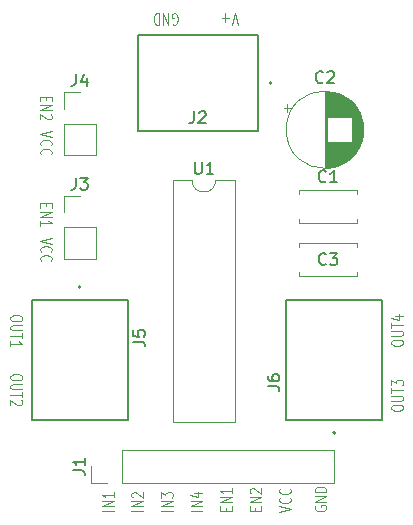
<source format=gbr>
%TF.GenerationSoftware,KiCad,Pcbnew,9.0.4*%
%TF.CreationDate,2025-11-08T17:36:02+05:30*%
%TF.ProjectId,MOTOR_DRIVER,4d4f544f-525f-4445-9249-5645522e6b69,rev?*%
%TF.SameCoordinates,Original*%
%TF.FileFunction,Legend,Top*%
%TF.FilePolarity,Positive*%
%FSLAX46Y46*%
G04 Gerber Fmt 4.6, Leading zero omitted, Abs format (unit mm)*
G04 Created by KiCad (PCBNEW 9.0.4) date 2025-11-08 17:36:02*
%MOMM*%
%LPD*%
G01*
G04 APERTURE LIST*
%ADD10C,0.100000*%
%ADD11C,0.150000*%
%ADD12C,0.127000*%
%ADD13C,0.200000*%
%ADD14C,0.120000*%
G04 APERTURE END LIST*
D10*
X166420038Y-114853639D02*
X166372419Y-114926211D01*
X166372419Y-114926211D02*
X166372419Y-115035068D01*
X166372419Y-115035068D02*
X166420038Y-115143925D01*
X166420038Y-115143925D02*
X166515276Y-115216496D01*
X166515276Y-115216496D02*
X166610514Y-115252782D01*
X166610514Y-115252782D02*
X166800990Y-115289068D01*
X166800990Y-115289068D02*
X166943847Y-115289068D01*
X166943847Y-115289068D02*
X167134323Y-115252782D01*
X167134323Y-115252782D02*
X167229561Y-115216496D01*
X167229561Y-115216496D02*
X167324800Y-115143925D01*
X167324800Y-115143925D02*
X167372419Y-115035068D01*
X167372419Y-115035068D02*
X167372419Y-114962496D01*
X167372419Y-114962496D02*
X167324800Y-114853639D01*
X167324800Y-114853639D02*
X167277180Y-114817353D01*
X167277180Y-114817353D02*
X166943847Y-114817353D01*
X166943847Y-114817353D02*
X166943847Y-114962496D01*
X167372419Y-114490782D02*
X166372419Y-114490782D01*
X166372419Y-114490782D02*
X167372419Y-114055353D01*
X167372419Y-114055353D02*
X166372419Y-114055353D01*
X167372419Y-113692496D02*
X166372419Y-113692496D01*
X166372419Y-113692496D02*
X166372419Y-113511067D01*
X166372419Y-113511067D02*
X166420038Y-113402210D01*
X166420038Y-113402210D02*
X166515276Y-113329639D01*
X166515276Y-113329639D02*
X166610514Y-113293353D01*
X166610514Y-113293353D02*
X166800990Y-113257067D01*
X166800990Y-113257067D02*
X166943847Y-113257067D01*
X166943847Y-113257067D02*
X167134323Y-113293353D01*
X167134323Y-113293353D02*
X167229561Y-113329639D01*
X167229561Y-113329639D02*
X167324800Y-113402210D01*
X167324800Y-113402210D02*
X167372419Y-113511067D01*
X167372419Y-113511067D02*
X167372419Y-113692496D01*
X163372419Y-115361639D02*
X164372419Y-115107639D01*
X164372419Y-115107639D02*
X163372419Y-114853639D01*
X164277180Y-114164210D02*
X164324800Y-114200496D01*
X164324800Y-114200496D02*
X164372419Y-114309353D01*
X164372419Y-114309353D02*
X164372419Y-114381925D01*
X164372419Y-114381925D02*
X164324800Y-114490782D01*
X164324800Y-114490782D02*
X164229561Y-114563353D01*
X164229561Y-114563353D02*
X164134323Y-114599639D01*
X164134323Y-114599639D02*
X163943847Y-114635925D01*
X163943847Y-114635925D02*
X163800990Y-114635925D01*
X163800990Y-114635925D02*
X163610514Y-114599639D01*
X163610514Y-114599639D02*
X163515276Y-114563353D01*
X163515276Y-114563353D02*
X163420038Y-114490782D01*
X163420038Y-114490782D02*
X163372419Y-114381925D01*
X163372419Y-114381925D02*
X163372419Y-114309353D01*
X163372419Y-114309353D02*
X163420038Y-114200496D01*
X163420038Y-114200496D02*
X163467657Y-114164210D01*
X164277180Y-113402210D02*
X164324800Y-113438496D01*
X164324800Y-113438496D02*
X164372419Y-113547353D01*
X164372419Y-113547353D02*
X164372419Y-113619925D01*
X164372419Y-113619925D02*
X164324800Y-113728782D01*
X164324800Y-113728782D02*
X164229561Y-113801353D01*
X164229561Y-113801353D02*
X164134323Y-113837639D01*
X164134323Y-113837639D02*
X163943847Y-113873925D01*
X163943847Y-113873925D02*
X163800990Y-113873925D01*
X163800990Y-113873925D02*
X163610514Y-113837639D01*
X163610514Y-113837639D02*
X163515276Y-113801353D01*
X163515276Y-113801353D02*
X163420038Y-113728782D01*
X163420038Y-113728782D02*
X163372419Y-113619925D01*
X163372419Y-113619925D02*
X163372419Y-113547353D01*
X163372419Y-113547353D02*
X163420038Y-113438496D01*
X163420038Y-113438496D02*
X163467657Y-113402210D01*
X161348609Y-115252782D02*
X161348609Y-114998782D01*
X161872419Y-114889925D02*
X161872419Y-115252782D01*
X161872419Y-115252782D02*
X160872419Y-115252782D01*
X160872419Y-115252782D02*
X160872419Y-114889925D01*
X161872419Y-114563353D02*
X160872419Y-114563353D01*
X160872419Y-114563353D02*
X161872419Y-114127924D01*
X161872419Y-114127924D02*
X160872419Y-114127924D01*
X160967657Y-113801353D02*
X160920038Y-113765067D01*
X160920038Y-113765067D02*
X160872419Y-113692496D01*
X160872419Y-113692496D02*
X160872419Y-113511067D01*
X160872419Y-113511067D02*
X160920038Y-113438496D01*
X160920038Y-113438496D02*
X160967657Y-113402210D01*
X160967657Y-113402210D02*
X161062895Y-113365924D01*
X161062895Y-113365924D02*
X161158133Y-113365924D01*
X161158133Y-113365924D02*
X161300990Y-113402210D01*
X161300990Y-113402210D02*
X161872419Y-113837638D01*
X161872419Y-113837638D02*
X161872419Y-113365924D01*
X158848609Y-115252782D02*
X158848609Y-114998782D01*
X159372419Y-114889925D02*
X159372419Y-115252782D01*
X159372419Y-115252782D02*
X158372419Y-115252782D01*
X158372419Y-115252782D02*
X158372419Y-114889925D01*
X159372419Y-114563353D02*
X158372419Y-114563353D01*
X158372419Y-114563353D02*
X159372419Y-114127924D01*
X159372419Y-114127924D02*
X158372419Y-114127924D01*
X159372419Y-113365924D02*
X159372419Y-113801353D01*
X159372419Y-113583638D02*
X158372419Y-113583638D01*
X158372419Y-113583638D02*
X158515276Y-113656210D01*
X158515276Y-113656210D02*
X158610514Y-113728781D01*
X158610514Y-113728781D02*
X158658133Y-113801353D01*
X156872419Y-115252782D02*
X155872419Y-115252782D01*
X156872419Y-114889925D02*
X155872419Y-114889925D01*
X155872419Y-114889925D02*
X156872419Y-114454496D01*
X156872419Y-114454496D02*
X155872419Y-114454496D01*
X156205752Y-113765068D02*
X156872419Y-113765068D01*
X155824800Y-113946496D02*
X156539085Y-114127925D01*
X156539085Y-114127925D02*
X156539085Y-113656210D01*
X154372419Y-115252782D02*
X153372419Y-115252782D01*
X154372419Y-114889925D02*
X153372419Y-114889925D01*
X153372419Y-114889925D02*
X154372419Y-114454496D01*
X154372419Y-114454496D02*
X153372419Y-114454496D01*
X153372419Y-114164210D02*
X153372419Y-113692496D01*
X153372419Y-113692496D02*
X153753371Y-113946496D01*
X153753371Y-113946496D02*
X153753371Y-113837639D01*
X153753371Y-113837639D02*
X153800990Y-113765068D01*
X153800990Y-113765068D02*
X153848609Y-113728782D01*
X153848609Y-113728782D02*
X153943847Y-113692496D01*
X153943847Y-113692496D02*
X154181942Y-113692496D01*
X154181942Y-113692496D02*
X154277180Y-113728782D01*
X154277180Y-113728782D02*
X154324800Y-113765068D01*
X154324800Y-113765068D02*
X154372419Y-113837639D01*
X154372419Y-113837639D02*
X154372419Y-114055353D01*
X154372419Y-114055353D02*
X154324800Y-114127925D01*
X154324800Y-114127925D02*
X154277180Y-114164210D01*
X151872419Y-115252782D02*
X150872419Y-115252782D01*
X151872419Y-114889925D02*
X150872419Y-114889925D01*
X150872419Y-114889925D02*
X151872419Y-114454496D01*
X151872419Y-114454496D02*
X150872419Y-114454496D01*
X150967657Y-114127925D02*
X150920038Y-114091639D01*
X150920038Y-114091639D02*
X150872419Y-114019068D01*
X150872419Y-114019068D02*
X150872419Y-113837639D01*
X150872419Y-113837639D02*
X150920038Y-113765068D01*
X150920038Y-113765068D02*
X150967657Y-113728782D01*
X150967657Y-113728782D02*
X151062895Y-113692496D01*
X151062895Y-113692496D02*
X151158133Y-113692496D01*
X151158133Y-113692496D02*
X151300990Y-113728782D01*
X151300990Y-113728782D02*
X151872419Y-114164210D01*
X151872419Y-114164210D02*
X151872419Y-113692496D01*
X149372419Y-115252782D02*
X148372419Y-115252782D01*
X149372419Y-114889925D02*
X148372419Y-114889925D01*
X148372419Y-114889925D02*
X149372419Y-114454496D01*
X149372419Y-114454496D02*
X148372419Y-114454496D01*
X149372419Y-113692496D02*
X149372419Y-114127925D01*
X149372419Y-113910210D02*
X148372419Y-113910210D01*
X148372419Y-113910210D02*
X148515276Y-113982782D01*
X148515276Y-113982782D02*
X148610514Y-114055353D01*
X148610514Y-114055353D02*
X148658133Y-114127925D01*
X154353639Y-74079961D02*
X154426211Y-74127580D01*
X154426211Y-74127580D02*
X154535068Y-74127580D01*
X154535068Y-74127580D02*
X154643925Y-74079961D01*
X154643925Y-74079961D02*
X154716496Y-73984723D01*
X154716496Y-73984723D02*
X154752782Y-73889485D01*
X154752782Y-73889485D02*
X154789068Y-73699009D01*
X154789068Y-73699009D02*
X154789068Y-73556152D01*
X154789068Y-73556152D02*
X154752782Y-73365676D01*
X154752782Y-73365676D02*
X154716496Y-73270438D01*
X154716496Y-73270438D02*
X154643925Y-73175200D01*
X154643925Y-73175200D02*
X154535068Y-73127580D01*
X154535068Y-73127580D02*
X154462496Y-73127580D01*
X154462496Y-73127580D02*
X154353639Y-73175200D01*
X154353639Y-73175200D02*
X154317353Y-73222819D01*
X154317353Y-73222819D02*
X154317353Y-73556152D01*
X154317353Y-73556152D02*
X154462496Y-73556152D01*
X153990782Y-73127580D02*
X153990782Y-74127580D01*
X153990782Y-74127580D02*
X153555353Y-73127580D01*
X153555353Y-73127580D02*
X153555353Y-74127580D01*
X153192496Y-73127580D02*
X153192496Y-74127580D01*
X153192496Y-74127580D02*
X153011067Y-74127580D01*
X153011067Y-74127580D02*
X152902210Y-74079961D01*
X152902210Y-74079961D02*
X152829639Y-73984723D01*
X152829639Y-73984723D02*
X152793353Y-73889485D01*
X152793353Y-73889485D02*
X152757067Y-73699009D01*
X152757067Y-73699009D02*
X152757067Y-73556152D01*
X152757067Y-73556152D02*
X152793353Y-73365676D01*
X152793353Y-73365676D02*
X152829639Y-73270438D01*
X152829639Y-73270438D02*
X152902210Y-73175200D01*
X152902210Y-73175200D02*
X153011067Y-73127580D01*
X153011067Y-73127580D02*
X153192496Y-73127580D01*
X159861639Y-74127580D02*
X159607639Y-73127580D01*
X159607639Y-73127580D02*
X159353639Y-74127580D01*
X159099639Y-73508533D02*
X158519068Y-73508533D01*
X158809353Y-73127580D02*
X158809353Y-73889485D01*
X143651390Y-80247217D02*
X143651390Y-80501217D01*
X143127580Y-80610074D02*
X143127580Y-80247217D01*
X143127580Y-80247217D02*
X144127580Y-80247217D01*
X144127580Y-80247217D02*
X144127580Y-80610074D01*
X143127580Y-80936646D02*
X144127580Y-80936646D01*
X144127580Y-80936646D02*
X143127580Y-81372075D01*
X143127580Y-81372075D02*
X144127580Y-81372075D01*
X144032342Y-81698646D02*
X144079961Y-81734932D01*
X144079961Y-81734932D02*
X144127580Y-81807504D01*
X144127580Y-81807504D02*
X144127580Y-81988932D01*
X144127580Y-81988932D02*
X144079961Y-82061504D01*
X144079961Y-82061504D02*
X144032342Y-82097789D01*
X144032342Y-82097789D02*
X143937104Y-82134075D01*
X143937104Y-82134075D02*
X143841866Y-82134075D01*
X143841866Y-82134075D02*
X143699009Y-82097789D01*
X143699009Y-82097789D02*
X143127580Y-81662361D01*
X143127580Y-81662361D02*
X143127580Y-82134075D01*
X144127580Y-83138360D02*
X143127580Y-83392360D01*
X143127580Y-83392360D02*
X144127580Y-83646360D01*
X143222819Y-84335789D02*
X143175200Y-84299503D01*
X143175200Y-84299503D02*
X143127580Y-84190646D01*
X143127580Y-84190646D02*
X143127580Y-84118074D01*
X143127580Y-84118074D02*
X143175200Y-84009217D01*
X143175200Y-84009217D02*
X143270438Y-83936646D01*
X143270438Y-83936646D02*
X143365676Y-83900360D01*
X143365676Y-83900360D02*
X143556152Y-83864074D01*
X143556152Y-83864074D02*
X143699009Y-83864074D01*
X143699009Y-83864074D02*
X143889485Y-83900360D01*
X143889485Y-83900360D02*
X143984723Y-83936646D01*
X143984723Y-83936646D02*
X144079961Y-84009217D01*
X144079961Y-84009217D02*
X144127580Y-84118074D01*
X144127580Y-84118074D02*
X144127580Y-84190646D01*
X144127580Y-84190646D02*
X144079961Y-84299503D01*
X144079961Y-84299503D02*
X144032342Y-84335789D01*
X143222819Y-85097789D02*
X143175200Y-85061503D01*
X143175200Y-85061503D02*
X143127580Y-84952646D01*
X143127580Y-84952646D02*
X143127580Y-84880074D01*
X143127580Y-84880074D02*
X143175200Y-84771217D01*
X143175200Y-84771217D02*
X143270438Y-84698646D01*
X143270438Y-84698646D02*
X143365676Y-84662360D01*
X143365676Y-84662360D02*
X143556152Y-84626074D01*
X143556152Y-84626074D02*
X143699009Y-84626074D01*
X143699009Y-84626074D02*
X143889485Y-84662360D01*
X143889485Y-84662360D02*
X143984723Y-84698646D01*
X143984723Y-84698646D02*
X144079961Y-84771217D01*
X144079961Y-84771217D02*
X144127580Y-84880074D01*
X144127580Y-84880074D02*
X144127580Y-84952646D01*
X144127580Y-84952646D02*
X144079961Y-85061503D01*
X144079961Y-85061503D02*
X144032342Y-85097789D01*
X143651390Y-89247217D02*
X143651390Y-89501217D01*
X143127580Y-89610074D02*
X143127580Y-89247217D01*
X143127580Y-89247217D02*
X144127580Y-89247217D01*
X144127580Y-89247217D02*
X144127580Y-89610074D01*
X143127580Y-89936646D02*
X144127580Y-89936646D01*
X144127580Y-89936646D02*
X143127580Y-90372075D01*
X143127580Y-90372075D02*
X144127580Y-90372075D01*
X143127580Y-91134075D02*
X143127580Y-90698646D01*
X143127580Y-90916361D02*
X144127580Y-90916361D01*
X144127580Y-90916361D02*
X143984723Y-90843789D01*
X143984723Y-90843789D02*
X143889485Y-90771218D01*
X143889485Y-90771218D02*
X143841866Y-90698646D01*
X144127580Y-92138360D02*
X143127580Y-92392360D01*
X143127580Y-92392360D02*
X144127580Y-92646360D01*
X143222819Y-93335789D02*
X143175200Y-93299503D01*
X143175200Y-93299503D02*
X143127580Y-93190646D01*
X143127580Y-93190646D02*
X143127580Y-93118074D01*
X143127580Y-93118074D02*
X143175200Y-93009217D01*
X143175200Y-93009217D02*
X143270438Y-92936646D01*
X143270438Y-92936646D02*
X143365676Y-92900360D01*
X143365676Y-92900360D02*
X143556152Y-92864074D01*
X143556152Y-92864074D02*
X143699009Y-92864074D01*
X143699009Y-92864074D02*
X143889485Y-92900360D01*
X143889485Y-92900360D02*
X143984723Y-92936646D01*
X143984723Y-92936646D02*
X144079961Y-93009217D01*
X144079961Y-93009217D02*
X144127580Y-93118074D01*
X144127580Y-93118074D02*
X144127580Y-93190646D01*
X144127580Y-93190646D02*
X144079961Y-93299503D01*
X144079961Y-93299503D02*
X144032342Y-93335789D01*
X143222819Y-94097789D02*
X143175200Y-94061503D01*
X143175200Y-94061503D02*
X143127580Y-93952646D01*
X143127580Y-93952646D02*
X143127580Y-93880074D01*
X143127580Y-93880074D02*
X143175200Y-93771217D01*
X143175200Y-93771217D02*
X143270438Y-93698646D01*
X143270438Y-93698646D02*
X143365676Y-93662360D01*
X143365676Y-93662360D02*
X143556152Y-93626074D01*
X143556152Y-93626074D02*
X143699009Y-93626074D01*
X143699009Y-93626074D02*
X143889485Y-93662360D01*
X143889485Y-93662360D02*
X143984723Y-93698646D01*
X143984723Y-93698646D02*
X144079961Y-93771217D01*
X144079961Y-93771217D02*
X144127580Y-93880074D01*
X144127580Y-93880074D02*
X144127580Y-93952646D01*
X144127580Y-93952646D02*
X144079961Y-94061503D01*
X144079961Y-94061503D02*
X144032342Y-94097789D01*
X172872419Y-101107639D02*
X172872419Y-100962496D01*
X172872419Y-100962496D02*
X172920038Y-100889925D01*
X172920038Y-100889925D02*
X173015276Y-100817353D01*
X173015276Y-100817353D02*
X173205752Y-100781068D01*
X173205752Y-100781068D02*
X173539085Y-100781068D01*
X173539085Y-100781068D02*
X173729561Y-100817353D01*
X173729561Y-100817353D02*
X173824800Y-100889925D01*
X173824800Y-100889925D02*
X173872419Y-100962496D01*
X173872419Y-100962496D02*
X173872419Y-101107639D01*
X173872419Y-101107639D02*
X173824800Y-101180211D01*
X173824800Y-101180211D02*
X173729561Y-101252782D01*
X173729561Y-101252782D02*
X173539085Y-101289068D01*
X173539085Y-101289068D02*
X173205752Y-101289068D01*
X173205752Y-101289068D02*
X173015276Y-101252782D01*
X173015276Y-101252782D02*
X172920038Y-101180211D01*
X172920038Y-101180211D02*
X172872419Y-101107639D01*
X172872419Y-100454496D02*
X173681942Y-100454496D01*
X173681942Y-100454496D02*
X173777180Y-100418210D01*
X173777180Y-100418210D02*
X173824800Y-100381925D01*
X173824800Y-100381925D02*
X173872419Y-100309353D01*
X173872419Y-100309353D02*
X173872419Y-100164210D01*
X173872419Y-100164210D02*
X173824800Y-100091639D01*
X173824800Y-100091639D02*
X173777180Y-100055353D01*
X173777180Y-100055353D02*
X173681942Y-100019067D01*
X173681942Y-100019067D02*
X172872419Y-100019067D01*
X172872419Y-99765067D02*
X172872419Y-99329639D01*
X173872419Y-99547353D02*
X172872419Y-99547353D01*
X173205752Y-98749068D02*
X173872419Y-98749068D01*
X172824800Y-98930496D02*
X173539085Y-99111925D01*
X173539085Y-99111925D02*
X173539085Y-98640210D01*
X172872419Y-106607639D02*
X172872419Y-106462496D01*
X172872419Y-106462496D02*
X172920038Y-106389925D01*
X172920038Y-106389925D02*
X173015276Y-106317353D01*
X173015276Y-106317353D02*
X173205752Y-106281068D01*
X173205752Y-106281068D02*
X173539085Y-106281068D01*
X173539085Y-106281068D02*
X173729561Y-106317353D01*
X173729561Y-106317353D02*
X173824800Y-106389925D01*
X173824800Y-106389925D02*
X173872419Y-106462496D01*
X173872419Y-106462496D02*
X173872419Y-106607639D01*
X173872419Y-106607639D02*
X173824800Y-106680211D01*
X173824800Y-106680211D02*
X173729561Y-106752782D01*
X173729561Y-106752782D02*
X173539085Y-106789068D01*
X173539085Y-106789068D02*
X173205752Y-106789068D01*
X173205752Y-106789068D02*
X173015276Y-106752782D01*
X173015276Y-106752782D02*
X172920038Y-106680211D01*
X172920038Y-106680211D02*
X172872419Y-106607639D01*
X172872419Y-105954496D02*
X173681942Y-105954496D01*
X173681942Y-105954496D02*
X173777180Y-105918210D01*
X173777180Y-105918210D02*
X173824800Y-105881925D01*
X173824800Y-105881925D02*
X173872419Y-105809353D01*
X173872419Y-105809353D02*
X173872419Y-105664210D01*
X173872419Y-105664210D02*
X173824800Y-105591639D01*
X173824800Y-105591639D02*
X173777180Y-105555353D01*
X173777180Y-105555353D02*
X173681942Y-105519067D01*
X173681942Y-105519067D02*
X172872419Y-105519067D01*
X172872419Y-105265067D02*
X172872419Y-104829639D01*
X173872419Y-105047353D02*
X172872419Y-105047353D01*
X172872419Y-104648210D02*
X172872419Y-104176496D01*
X172872419Y-104176496D02*
X173253371Y-104430496D01*
X173253371Y-104430496D02*
X173253371Y-104321639D01*
X173253371Y-104321639D02*
X173300990Y-104249068D01*
X173300990Y-104249068D02*
X173348609Y-104212782D01*
X173348609Y-104212782D02*
X173443847Y-104176496D01*
X173443847Y-104176496D02*
X173681942Y-104176496D01*
X173681942Y-104176496D02*
X173777180Y-104212782D01*
X173777180Y-104212782D02*
X173824800Y-104249068D01*
X173824800Y-104249068D02*
X173872419Y-104321639D01*
X173872419Y-104321639D02*
X173872419Y-104539353D01*
X173872419Y-104539353D02*
X173824800Y-104611925D01*
X173824800Y-104611925D02*
X173777180Y-104648210D01*
X141627580Y-103892360D02*
X141627580Y-104037503D01*
X141627580Y-104037503D02*
X141579961Y-104110074D01*
X141579961Y-104110074D02*
X141484723Y-104182646D01*
X141484723Y-104182646D02*
X141294247Y-104218931D01*
X141294247Y-104218931D02*
X140960914Y-104218931D01*
X140960914Y-104218931D02*
X140770438Y-104182646D01*
X140770438Y-104182646D02*
X140675200Y-104110074D01*
X140675200Y-104110074D02*
X140627580Y-104037503D01*
X140627580Y-104037503D02*
X140627580Y-103892360D01*
X140627580Y-103892360D02*
X140675200Y-103819789D01*
X140675200Y-103819789D02*
X140770438Y-103747217D01*
X140770438Y-103747217D02*
X140960914Y-103710931D01*
X140960914Y-103710931D02*
X141294247Y-103710931D01*
X141294247Y-103710931D02*
X141484723Y-103747217D01*
X141484723Y-103747217D02*
X141579961Y-103819789D01*
X141579961Y-103819789D02*
X141627580Y-103892360D01*
X141627580Y-104545503D02*
X140818057Y-104545503D01*
X140818057Y-104545503D02*
X140722819Y-104581789D01*
X140722819Y-104581789D02*
X140675200Y-104618075D01*
X140675200Y-104618075D02*
X140627580Y-104690646D01*
X140627580Y-104690646D02*
X140627580Y-104835789D01*
X140627580Y-104835789D02*
X140675200Y-104908360D01*
X140675200Y-104908360D02*
X140722819Y-104944646D01*
X140722819Y-104944646D02*
X140818057Y-104980932D01*
X140818057Y-104980932D02*
X141627580Y-104980932D01*
X141627580Y-105234932D02*
X141627580Y-105670361D01*
X140627580Y-105452646D02*
X141627580Y-105452646D01*
X141532342Y-105888074D02*
X141579961Y-105924360D01*
X141579961Y-105924360D02*
X141627580Y-105996932D01*
X141627580Y-105996932D02*
X141627580Y-106178360D01*
X141627580Y-106178360D02*
X141579961Y-106250932D01*
X141579961Y-106250932D02*
X141532342Y-106287217D01*
X141532342Y-106287217D02*
X141437104Y-106323503D01*
X141437104Y-106323503D02*
X141341866Y-106323503D01*
X141341866Y-106323503D02*
X141199009Y-106287217D01*
X141199009Y-106287217D02*
X140627580Y-105851789D01*
X140627580Y-105851789D02*
X140627580Y-106323503D01*
X141627580Y-98892360D02*
X141627580Y-99037503D01*
X141627580Y-99037503D02*
X141579961Y-99110074D01*
X141579961Y-99110074D02*
X141484723Y-99182646D01*
X141484723Y-99182646D02*
X141294247Y-99218931D01*
X141294247Y-99218931D02*
X140960914Y-99218931D01*
X140960914Y-99218931D02*
X140770438Y-99182646D01*
X140770438Y-99182646D02*
X140675200Y-99110074D01*
X140675200Y-99110074D02*
X140627580Y-99037503D01*
X140627580Y-99037503D02*
X140627580Y-98892360D01*
X140627580Y-98892360D02*
X140675200Y-98819789D01*
X140675200Y-98819789D02*
X140770438Y-98747217D01*
X140770438Y-98747217D02*
X140960914Y-98710931D01*
X140960914Y-98710931D02*
X141294247Y-98710931D01*
X141294247Y-98710931D02*
X141484723Y-98747217D01*
X141484723Y-98747217D02*
X141579961Y-98819789D01*
X141579961Y-98819789D02*
X141627580Y-98892360D01*
X141627580Y-99545503D02*
X140818057Y-99545503D01*
X140818057Y-99545503D02*
X140722819Y-99581789D01*
X140722819Y-99581789D02*
X140675200Y-99618075D01*
X140675200Y-99618075D02*
X140627580Y-99690646D01*
X140627580Y-99690646D02*
X140627580Y-99835789D01*
X140627580Y-99835789D02*
X140675200Y-99908360D01*
X140675200Y-99908360D02*
X140722819Y-99944646D01*
X140722819Y-99944646D02*
X140818057Y-99980932D01*
X140818057Y-99980932D02*
X141627580Y-99980932D01*
X141627580Y-100234932D02*
X141627580Y-100670361D01*
X140627580Y-100452646D02*
X141627580Y-100452646D01*
X140627580Y-101323503D02*
X140627580Y-100888074D01*
X140627580Y-101105789D02*
X141627580Y-101105789D01*
X141627580Y-101105789D02*
X141484723Y-101033217D01*
X141484723Y-101033217D02*
X141389485Y-100960646D01*
X141389485Y-100960646D02*
X141341866Y-100888074D01*
D11*
X156166666Y-81454819D02*
X156166666Y-82169104D01*
X156166666Y-82169104D02*
X156119047Y-82311961D01*
X156119047Y-82311961D02*
X156023809Y-82407200D01*
X156023809Y-82407200D02*
X155880952Y-82454819D01*
X155880952Y-82454819D02*
X155785714Y-82454819D01*
X156595238Y-81550057D02*
X156642857Y-81502438D01*
X156642857Y-81502438D02*
X156738095Y-81454819D01*
X156738095Y-81454819D02*
X156976190Y-81454819D01*
X156976190Y-81454819D02*
X157071428Y-81502438D01*
X157071428Y-81502438D02*
X157119047Y-81550057D01*
X157119047Y-81550057D02*
X157166666Y-81645295D01*
X157166666Y-81645295D02*
X157166666Y-81740533D01*
X157166666Y-81740533D02*
X157119047Y-81883390D01*
X157119047Y-81883390D02*
X156547619Y-82454819D01*
X156547619Y-82454819D02*
X157166666Y-82454819D01*
X167333333Y-87359580D02*
X167285714Y-87407200D01*
X167285714Y-87407200D02*
X167142857Y-87454819D01*
X167142857Y-87454819D02*
X167047619Y-87454819D01*
X167047619Y-87454819D02*
X166904762Y-87407200D01*
X166904762Y-87407200D02*
X166809524Y-87311961D01*
X166809524Y-87311961D02*
X166761905Y-87216723D01*
X166761905Y-87216723D02*
X166714286Y-87026247D01*
X166714286Y-87026247D02*
X166714286Y-86883390D01*
X166714286Y-86883390D02*
X166761905Y-86692914D01*
X166761905Y-86692914D02*
X166809524Y-86597676D01*
X166809524Y-86597676D02*
X166904762Y-86502438D01*
X166904762Y-86502438D02*
X167047619Y-86454819D01*
X167047619Y-86454819D02*
X167142857Y-86454819D01*
X167142857Y-86454819D02*
X167285714Y-86502438D01*
X167285714Y-86502438D02*
X167333333Y-86550057D01*
X168285714Y-87454819D02*
X167714286Y-87454819D01*
X168000000Y-87454819D02*
X168000000Y-86454819D01*
X168000000Y-86454819D02*
X167904762Y-86597676D01*
X167904762Y-86597676D02*
X167809524Y-86692914D01*
X167809524Y-86692914D02*
X167714286Y-86740533D01*
X146166666Y-87074819D02*
X146166666Y-87789104D01*
X146166666Y-87789104D02*
X146119047Y-87931961D01*
X146119047Y-87931961D02*
X146023809Y-88027200D01*
X146023809Y-88027200D02*
X145880952Y-88074819D01*
X145880952Y-88074819D02*
X145785714Y-88074819D01*
X146547619Y-87074819D02*
X147166666Y-87074819D01*
X147166666Y-87074819D02*
X146833333Y-87455771D01*
X146833333Y-87455771D02*
X146976190Y-87455771D01*
X146976190Y-87455771D02*
X147071428Y-87503390D01*
X147071428Y-87503390D02*
X147119047Y-87551009D01*
X147119047Y-87551009D02*
X147166666Y-87646247D01*
X147166666Y-87646247D02*
X147166666Y-87884342D01*
X147166666Y-87884342D02*
X147119047Y-87979580D01*
X147119047Y-87979580D02*
X147071428Y-88027200D01*
X147071428Y-88027200D02*
X146976190Y-88074819D01*
X146976190Y-88074819D02*
X146690476Y-88074819D01*
X146690476Y-88074819D02*
X146595238Y-88027200D01*
X146595238Y-88027200D02*
X146547619Y-87979580D01*
X156243095Y-85734819D02*
X156243095Y-86544342D01*
X156243095Y-86544342D02*
X156290714Y-86639580D01*
X156290714Y-86639580D02*
X156338333Y-86687200D01*
X156338333Y-86687200D02*
X156433571Y-86734819D01*
X156433571Y-86734819D02*
X156624047Y-86734819D01*
X156624047Y-86734819D02*
X156719285Y-86687200D01*
X156719285Y-86687200D02*
X156766904Y-86639580D01*
X156766904Y-86639580D02*
X156814523Y-86544342D01*
X156814523Y-86544342D02*
X156814523Y-85734819D01*
X157814523Y-86734819D02*
X157243095Y-86734819D01*
X157528809Y-86734819D02*
X157528809Y-85734819D01*
X157528809Y-85734819D02*
X157433571Y-85877676D01*
X157433571Y-85877676D02*
X157338333Y-85972914D01*
X157338333Y-85972914D02*
X157243095Y-86020533D01*
X167083333Y-78959580D02*
X167035714Y-79007200D01*
X167035714Y-79007200D02*
X166892857Y-79054819D01*
X166892857Y-79054819D02*
X166797619Y-79054819D01*
X166797619Y-79054819D02*
X166654762Y-79007200D01*
X166654762Y-79007200D02*
X166559524Y-78911961D01*
X166559524Y-78911961D02*
X166511905Y-78816723D01*
X166511905Y-78816723D02*
X166464286Y-78626247D01*
X166464286Y-78626247D02*
X166464286Y-78483390D01*
X166464286Y-78483390D02*
X166511905Y-78292914D01*
X166511905Y-78292914D02*
X166559524Y-78197676D01*
X166559524Y-78197676D02*
X166654762Y-78102438D01*
X166654762Y-78102438D02*
X166797619Y-78054819D01*
X166797619Y-78054819D02*
X166892857Y-78054819D01*
X166892857Y-78054819D02*
X167035714Y-78102438D01*
X167035714Y-78102438D02*
X167083333Y-78150057D01*
X167464286Y-78150057D02*
X167511905Y-78102438D01*
X167511905Y-78102438D02*
X167607143Y-78054819D01*
X167607143Y-78054819D02*
X167845238Y-78054819D01*
X167845238Y-78054819D02*
X167940476Y-78102438D01*
X167940476Y-78102438D02*
X167988095Y-78150057D01*
X167988095Y-78150057D02*
X168035714Y-78245295D01*
X168035714Y-78245295D02*
X168035714Y-78340533D01*
X168035714Y-78340533D02*
X167988095Y-78483390D01*
X167988095Y-78483390D02*
X167416667Y-79054819D01*
X167416667Y-79054819D02*
X168035714Y-79054819D01*
X145914819Y-111833333D02*
X146629104Y-111833333D01*
X146629104Y-111833333D02*
X146771961Y-111880952D01*
X146771961Y-111880952D02*
X146867200Y-111976190D01*
X146867200Y-111976190D02*
X146914819Y-112119047D01*
X146914819Y-112119047D02*
X146914819Y-112214285D01*
X146914819Y-110833333D02*
X146914819Y-111404761D01*
X146914819Y-111119047D02*
X145914819Y-111119047D01*
X145914819Y-111119047D02*
X146057676Y-111214285D01*
X146057676Y-111214285D02*
X146152914Y-111309523D01*
X146152914Y-111309523D02*
X146200533Y-111404761D01*
X167333333Y-94359580D02*
X167285714Y-94407200D01*
X167285714Y-94407200D02*
X167142857Y-94454819D01*
X167142857Y-94454819D02*
X167047619Y-94454819D01*
X167047619Y-94454819D02*
X166904762Y-94407200D01*
X166904762Y-94407200D02*
X166809524Y-94311961D01*
X166809524Y-94311961D02*
X166761905Y-94216723D01*
X166761905Y-94216723D02*
X166714286Y-94026247D01*
X166714286Y-94026247D02*
X166714286Y-93883390D01*
X166714286Y-93883390D02*
X166761905Y-93692914D01*
X166761905Y-93692914D02*
X166809524Y-93597676D01*
X166809524Y-93597676D02*
X166904762Y-93502438D01*
X166904762Y-93502438D02*
X167047619Y-93454819D01*
X167047619Y-93454819D02*
X167142857Y-93454819D01*
X167142857Y-93454819D02*
X167285714Y-93502438D01*
X167285714Y-93502438D02*
X167333333Y-93550057D01*
X167666667Y-93454819D02*
X168285714Y-93454819D01*
X168285714Y-93454819D02*
X167952381Y-93835771D01*
X167952381Y-93835771D02*
X168095238Y-93835771D01*
X168095238Y-93835771D02*
X168190476Y-93883390D01*
X168190476Y-93883390D02*
X168238095Y-93931009D01*
X168238095Y-93931009D02*
X168285714Y-94026247D01*
X168285714Y-94026247D02*
X168285714Y-94264342D01*
X168285714Y-94264342D02*
X168238095Y-94359580D01*
X168238095Y-94359580D02*
X168190476Y-94407200D01*
X168190476Y-94407200D02*
X168095238Y-94454819D01*
X168095238Y-94454819D02*
X167809524Y-94454819D01*
X167809524Y-94454819D02*
X167714286Y-94407200D01*
X167714286Y-94407200D02*
X167666667Y-94359580D01*
X162394819Y-104725833D02*
X163109104Y-104725833D01*
X163109104Y-104725833D02*
X163251961Y-104773452D01*
X163251961Y-104773452D02*
X163347200Y-104868690D01*
X163347200Y-104868690D02*
X163394819Y-105011547D01*
X163394819Y-105011547D02*
X163394819Y-105106785D01*
X162394819Y-103821071D02*
X162394819Y-104011547D01*
X162394819Y-104011547D02*
X162442438Y-104106785D01*
X162442438Y-104106785D02*
X162490057Y-104154404D01*
X162490057Y-104154404D02*
X162632914Y-104249642D01*
X162632914Y-104249642D02*
X162823390Y-104297261D01*
X162823390Y-104297261D02*
X163204342Y-104297261D01*
X163204342Y-104297261D02*
X163299580Y-104249642D01*
X163299580Y-104249642D02*
X163347200Y-104202023D01*
X163347200Y-104202023D02*
X163394819Y-104106785D01*
X163394819Y-104106785D02*
X163394819Y-103916309D01*
X163394819Y-103916309D02*
X163347200Y-103821071D01*
X163347200Y-103821071D02*
X163299580Y-103773452D01*
X163299580Y-103773452D02*
X163204342Y-103725833D01*
X163204342Y-103725833D02*
X162966247Y-103725833D01*
X162966247Y-103725833D02*
X162871009Y-103773452D01*
X162871009Y-103773452D02*
X162823390Y-103821071D01*
X162823390Y-103821071D02*
X162775771Y-103916309D01*
X162775771Y-103916309D02*
X162775771Y-104106785D01*
X162775771Y-104106785D02*
X162823390Y-104202023D01*
X162823390Y-104202023D02*
X162871009Y-104249642D01*
X162871009Y-104249642D02*
X162966247Y-104297261D01*
X146166666Y-78299819D02*
X146166666Y-79014104D01*
X146166666Y-79014104D02*
X146119047Y-79156961D01*
X146119047Y-79156961D02*
X146023809Y-79252200D01*
X146023809Y-79252200D02*
X145880952Y-79299819D01*
X145880952Y-79299819D02*
X145785714Y-79299819D01*
X147071428Y-78633152D02*
X147071428Y-79299819D01*
X146833333Y-78252200D02*
X146595238Y-78966485D01*
X146595238Y-78966485D02*
X147214285Y-78966485D01*
X151014819Y-100940833D02*
X151729104Y-100940833D01*
X151729104Y-100940833D02*
X151871961Y-100988452D01*
X151871961Y-100988452D02*
X151967200Y-101083690D01*
X151967200Y-101083690D02*
X152014819Y-101226547D01*
X152014819Y-101226547D02*
X152014819Y-101321785D01*
X151014819Y-99988452D02*
X151014819Y-100464642D01*
X151014819Y-100464642D02*
X151491009Y-100512261D01*
X151491009Y-100512261D02*
X151443390Y-100464642D01*
X151443390Y-100464642D02*
X151395771Y-100369404D01*
X151395771Y-100369404D02*
X151395771Y-100131309D01*
X151395771Y-100131309D02*
X151443390Y-100036071D01*
X151443390Y-100036071D02*
X151491009Y-99988452D01*
X151491009Y-99988452D02*
X151586247Y-99940833D01*
X151586247Y-99940833D02*
X151824342Y-99940833D01*
X151824342Y-99940833D02*
X151919580Y-99988452D01*
X151919580Y-99988452D02*
X151967200Y-100036071D01*
X151967200Y-100036071D02*
X152014819Y-100131309D01*
X152014819Y-100131309D02*
X152014819Y-100369404D01*
X152014819Y-100369404D02*
X151967200Y-100464642D01*
X151967200Y-100464642D02*
X151919580Y-100512261D01*
D12*
%TO.C,J2*%
X161567500Y-83150000D02*
X161567500Y-75000000D01*
X161567500Y-75000000D02*
X151407500Y-75000000D01*
X151407500Y-83150000D02*
X161567500Y-83150000D01*
X151407500Y-75000000D02*
X151407500Y-83150000D01*
D13*
X162767500Y-79050000D02*
G75*
G02*
X162567500Y-79050000I-100000J0D01*
G01*
X162567500Y-79050000D02*
G75*
G02*
X162767500Y-79050000I100000J0D01*
G01*
D14*
%TO.C,C1*%
X165030000Y-88130000D02*
X169970000Y-88130000D01*
X165030000Y-88460000D02*
X165030000Y-88130000D01*
X165030000Y-90870000D02*
X165030000Y-90540000D01*
X169970000Y-88130000D02*
X169970000Y-88460000D01*
X169970000Y-90540000D02*
X169970000Y-90870000D01*
X169970000Y-90870000D02*
X165030000Y-90870000D01*
%TO.C,J3*%
X145120000Y-88620000D02*
X146500000Y-88620000D01*
X145120000Y-90000000D02*
X145120000Y-88620000D01*
X145120000Y-91270000D02*
X145120000Y-93920000D01*
X145120000Y-91270000D02*
X147880000Y-91270000D01*
X145120000Y-93920000D02*
X147880000Y-93920000D01*
X147880000Y-91270000D02*
X147880000Y-93920000D01*
%TO.C,U1*%
X154355000Y-87280000D02*
X154355000Y-107720000D01*
X154355000Y-107720000D02*
X159655000Y-107720000D01*
X156005000Y-87280000D02*
X154355000Y-87280000D01*
X159655000Y-87280000D02*
X158005000Y-87280000D01*
X159655000Y-107720000D02*
X159655000Y-87280000D01*
X158005000Y-87280000D02*
G75*
G02*
X156005000Y-87280000I-1000000J0D01*
G01*
%TO.C,C2*%
X163749759Y-81161000D02*
X164379759Y-81161000D01*
X164064759Y-80846000D02*
X164064759Y-81476000D01*
X167250000Y-79770000D02*
X167250000Y-86230000D01*
X167290000Y-79770000D02*
X167290000Y-86230000D01*
X167330000Y-79771000D02*
X167330000Y-86229000D01*
X167370000Y-79772000D02*
X167370000Y-86228000D01*
X167410000Y-79774000D02*
X167410000Y-86226000D01*
X167450000Y-79776000D02*
X167450000Y-86224000D01*
X167490000Y-79779000D02*
X167490000Y-81960000D01*
X167490000Y-84040000D02*
X167490000Y-86221000D01*
X167530000Y-79782000D02*
X167530000Y-81960000D01*
X167530000Y-84040000D02*
X167530000Y-86218000D01*
X167570000Y-79786000D02*
X167570000Y-81960000D01*
X167570000Y-84040000D02*
X167570000Y-86214000D01*
X167610000Y-79790000D02*
X167610000Y-81960000D01*
X167610000Y-84040000D02*
X167610000Y-86210000D01*
X167650000Y-79795000D02*
X167650000Y-81960000D01*
X167650000Y-84040000D02*
X167650000Y-86205000D01*
X167690000Y-79800000D02*
X167690000Y-81960000D01*
X167690000Y-84040000D02*
X167690000Y-86200000D01*
X167730000Y-79805000D02*
X167730000Y-81960000D01*
X167730000Y-84040000D02*
X167730000Y-86195000D01*
X167770000Y-79812000D02*
X167770000Y-81960000D01*
X167770000Y-84040000D02*
X167770000Y-86188000D01*
X167810000Y-79818000D02*
X167810000Y-81960000D01*
X167810000Y-84040000D02*
X167810000Y-86182000D01*
X167850000Y-79826000D02*
X167850000Y-81960000D01*
X167850000Y-84040000D02*
X167850000Y-86174000D01*
X167890000Y-79833000D02*
X167890000Y-81960000D01*
X167890000Y-84040000D02*
X167890000Y-86167000D01*
X167930000Y-79841000D02*
X167930000Y-81960000D01*
X167930000Y-84040000D02*
X167930000Y-86159000D01*
X167970000Y-79850000D02*
X167970000Y-81960000D01*
X167970000Y-84040000D02*
X167970000Y-86150000D01*
X168010000Y-79860000D02*
X168010000Y-81960000D01*
X168010000Y-84040000D02*
X168010000Y-86140000D01*
X168050000Y-79869000D02*
X168050000Y-81960000D01*
X168050000Y-84040000D02*
X168050000Y-86131000D01*
X168090000Y-79880000D02*
X168090000Y-81960000D01*
X168090000Y-84040000D02*
X168090000Y-86120000D01*
X168130000Y-79891000D02*
X168130000Y-81960000D01*
X168130000Y-84040000D02*
X168130000Y-86109000D01*
X168170000Y-79902000D02*
X168170000Y-81960000D01*
X168170000Y-84040000D02*
X168170000Y-86098000D01*
X168210000Y-79914000D02*
X168210000Y-81960000D01*
X168210000Y-84040000D02*
X168210000Y-86086000D01*
X168250000Y-79927000D02*
X168250000Y-81960000D01*
X168250000Y-84040000D02*
X168250000Y-86073000D01*
X168290000Y-79940000D02*
X168290000Y-81960000D01*
X168290000Y-84040000D02*
X168290000Y-86060000D01*
X168330000Y-79953000D02*
X168330000Y-81960000D01*
X168330000Y-84040000D02*
X168330000Y-86047000D01*
X168370000Y-79968000D02*
X168370000Y-81960000D01*
X168370000Y-84040000D02*
X168370000Y-86032000D01*
X168410000Y-79983000D02*
X168410000Y-81960000D01*
X168410000Y-84040000D02*
X168410000Y-86017000D01*
X168450000Y-79998000D02*
X168450000Y-81960000D01*
X168450000Y-84040000D02*
X168450000Y-86002000D01*
X168490000Y-80014000D02*
X168490000Y-81960000D01*
X168490000Y-84040000D02*
X168490000Y-85986000D01*
X168530000Y-80031000D02*
X168530000Y-81960000D01*
X168530000Y-84040000D02*
X168530000Y-85969000D01*
X168570000Y-80048000D02*
X168570000Y-81960000D01*
X168570000Y-84040000D02*
X168570000Y-85952000D01*
X168610000Y-80066000D02*
X168610000Y-81960000D01*
X168610000Y-84040000D02*
X168610000Y-85934000D01*
X168650000Y-80085000D02*
X168650000Y-81960000D01*
X168650000Y-84040000D02*
X168650000Y-85915000D01*
X168690000Y-80104000D02*
X168690000Y-81960000D01*
X168690000Y-84040000D02*
X168690000Y-85896000D01*
X168730000Y-80124000D02*
X168730000Y-81960000D01*
X168730000Y-84040000D02*
X168730000Y-85876000D01*
X168770000Y-80145000D02*
X168770000Y-81960000D01*
X168770000Y-84040000D02*
X168770000Y-85855000D01*
X168810000Y-80166000D02*
X168810000Y-81960000D01*
X168810000Y-84040000D02*
X168810000Y-85834000D01*
X168850000Y-80188000D02*
X168850000Y-81960000D01*
X168850000Y-84040000D02*
X168850000Y-85812000D01*
X168890000Y-80211000D02*
X168890000Y-81960000D01*
X168890000Y-84040000D02*
X168890000Y-85789000D01*
X168930000Y-80235000D02*
X168930000Y-81960000D01*
X168930000Y-84040000D02*
X168930000Y-85765000D01*
X168970000Y-80259000D02*
X168970000Y-81960000D01*
X168970000Y-84040000D02*
X168970000Y-85741000D01*
X169010000Y-80284000D02*
X169010000Y-81960000D01*
X169010000Y-84040000D02*
X169010000Y-85716000D01*
X169050000Y-80310000D02*
X169050000Y-81960000D01*
X169050000Y-84040000D02*
X169050000Y-85690000D01*
X169090000Y-80337000D02*
X169090000Y-81960000D01*
X169090000Y-84040000D02*
X169090000Y-85663000D01*
X169130000Y-80364000D02*
X169130000Y-81960000D01*
X169130000Y-84040000D02*
X169130000Y-85636000D01*
X169170000Y-80393000D02*
X169170000Y-81960000D01*
X169170000Y-84040000D02*
X169170000Y-85607000D01*
X169210000Y-80423000D02*
X169210000Y-81960000D01*
X169210000Y-84040000D02*
X169210000Y-85577000D01*
X169250000Y-80453000D02*
X169250000Y-81960000D01*
X169250000Y-84040000D02*
X169250000Y-85547000D01*
X169290000Y-80484000D02*
X169290000Y-81960000D01*
X169290000Y-84040000D02*
X169290000Y-85516000D01*
X169330000Y-80517000D02*
X169330000Y-81960000D01*
X169330000Y-84040000D02*
X169330000Y-85483000D01*
X169370000Y-80550000D02*
X169370000Y-81960000D01*
X169370000Y-84040000D02*
X169370000Y-85450000D01*
X169410000Y-80585000D02*
X169410000Y-81960000D01*
X169410000Y-84040000D02*
X169410000Y-85415000D01*
X169450000Y-80621000D02*
X169450000Y-81960000D01*
X169450000Y-84040000D02*
X169450000Y-85379000D01*
X169490000Y-80658000D02*
X169490000Y-81960000D01*
X169490000Y-84040000D02*
X169490000Y-85342000D01*
X169530000Y-80696000D02*
X169530000Y-81960000D01*
X169530000Y-84040000D02*
X169530000Y-85304000D01*
X169570000Y-80736000D02*
X169570000Y-85264000D01*
X169610000Y-80777000D02*
X169610000Y-85223000D01*
X169650000Y-80819000D02*
X169650000Y-85181000D01*
X169690000Y-80863000D02*
X169690000Y-85137000D01*
X169730000Y-80909000D02*
X169730000Y-85091000D01*
X169770000Y-80956000D02*
X169770000Y-85044000D01*
X169810000Y-81005000D02*
X169810000Y-84995000D01*
X169850000Y-81057000D02*
X169850000Y-84943000D01*
X169890000Y-81110000D02*
X169890000Y-84890000D01*
X169930000Y-81166000D02*
X169930000Y-84834000D01*
X169970000Y-81225000D02*
X169970000Y-84775000D01*
X170010000Y-81286000D02*
X170010000Y-84714000D01*
X170050000Y-81351000D02*
X170050000Y-84649000D01*
X170090000Y-81419000D02*
X170090000Y-84581000D01*
X170130000Y-81491000D02*
X170130000Y-84509000D01*
X170170000Y-81568000D02*
X170170000Y-84432000D01*
X170210000Y-81650000D02*
X170210000Y-84350000D01*
X170250000Y-81739000D02*
X170250000Y-84261000D01*
X170290000Y-81835000D02*
X170290000Y-84165000D01*
X170330000Y-81942000D02*
X170330000Y-84058000D01*
X170370000Y-82061000D02*
X170370000Y-83939000D01*
X170410000Y-82199000D02*
X170410000Y-83801000D01*
X170450000Y-82367000D02*
X170450000Y-83633000D01*
X170490000Y-82598000D02*
X170490000Y-83402000D01*
X170520000Y-83000000D02*
G75*
G02*
X163980000Y-83000000I-3270000J0D01*
G01*
X163980000Y-83000000D02*
G75*
G02*
X170520000Y-83000000I3270000J0D01*
G01*
%TO.C,J1*%
X147460000Y-112880000D02*
X147460000Y-111500000D01*
X148840000Y-112880000D02*
X147460000Y-112880000D01*
X150110000Y-112880000D02*
X168000000Y-112880000D01*
X150110000Y-112880000D02*
X150110000Y-110120000D01*
X168000000Y-112880000D02*
X168000000Y-110120000D01*
X150110000Y-110120000D02*
X168000000Y-110120000D01*
%TO.C,C3*%
X165030000Y-92630000D02*
X169970000Y-92630000D01*
X165030000Y-92960000D02*
X165030000Y-92630000D01*
X165030000Y-95370000D02*
X165030000Y-95040000D01*
X169970000Y-92630000D02*
X169970000Y-92960000D01*
X169970000Y-95040000D02*
X169970000Y-95370000D01*
X169970000Y-95370000D02*
X165030000Y-95370000D01*
D12*
%TO.C,J6*%
X163925000Y-107567500D02*
X172075000Y-107567500D01*
X172075000Y-107567500D02*
X172075000Y-97407500D01*
X163925000Y-97407500D02*
X163925000Y-107567500D01*
X172075000Y-97407500D02*
X163925000Y-97407500D01*
D13*
X168125000Y-108667500D02*
G75*
G02*
X167925000Y-108667500I-100000J0D01*
G01*
X167925000Y-108667500D02*
G75*
G02*
X168125000Y-108667500I100000J0D01*
G01*
D14*
%TO.C,J4*%
X145120000Y-79845000D02*
X146500000Y-79845000D01*
X145120000Y-81225000D02*
X145120000Y-79845000D01*
X145120000Y-82495000D02*
X145120000Y-85145000D01*
X145120000Y-82495000D02*
X147880000Y-82495000D01*
X145120000Y-85145000D02*
X147880000Y-85145000D01*
X147880000Y-82495000D02*
X147880000Y-85145000D01*
D12*
%TO.C,J5*%
X150575000Y-97432500D02*
X142425000Y-97432500D01*
X142425000Y-97432500D02*
X142425000Y-107592500D01*
X150575000Y-107592500D02*
X150575000Y-97432500D01*
X142425000Y-107592500D02*
X150575000Y-107592500D01*
D13*
X146575000Y-96332500D02*
G75*
G02*
X146375000Y-96332500I-100000J0D01*
G01*
X146375000Y-96332500D02*
G75*
G02*
X146575000Y-96332500I100000J0D01*
G01*
%TD*%
M02*

</source>
